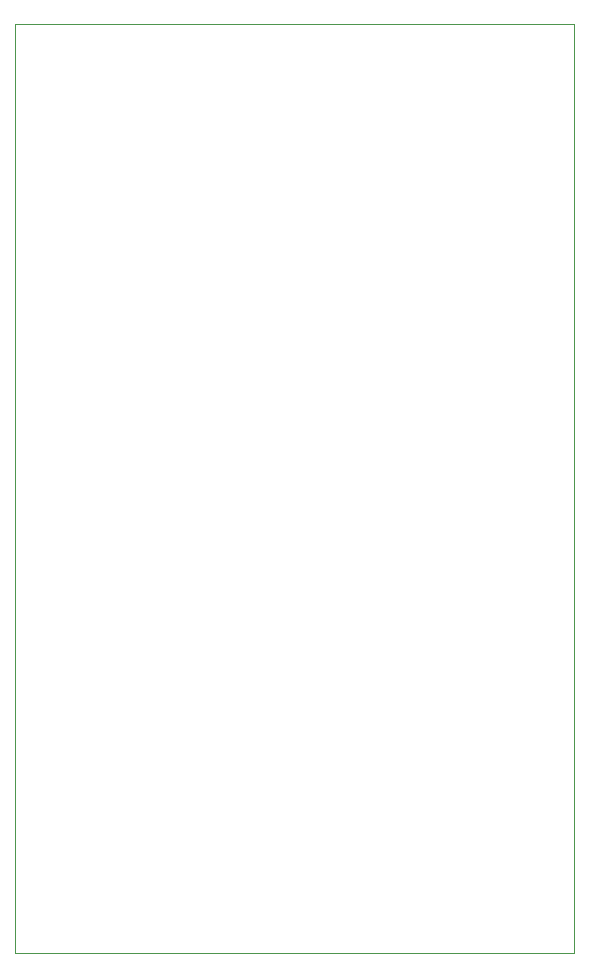
<source format=gbr>
%TF.GenerationSoftware,KiCad,Pcbnew,7.0.11+dfsg-1build4*%
%TF.CreationDate,2024-05-02T22:23:35+02:00*%
%TF.ProjectId,X1-01M-carrier,58312d30-314d-42d6-9361-72726965722e,rev?*%
%TF.SameCoordinates,Original*%
%TF.FileFunction,Profile,NP*%
%FSLAX46Y46*%
G04 Gerber Fmt 4.6, Leading zero omitted, Abs format (unit mm)*
G04 Created by KiCad (PCBNEW 7.0.11+dfsg-1build4) date 2024-05-02 22:23:35*
%MOMM*%
%LPD*%
G01*
G04 APERTURE LIST*
%TA.AperFunction,Profile*%
%ADD10C,0.100000*%
%TD*%
G04 APERTURE END LIST*
D10*
X112989112Y-55992300D02*
X160389112Y-55992300D01*
X160389112Y-134692300D01*
X112989112Y-134692300D01*
X112989112Y-55992300D01*
M02*

</source>
